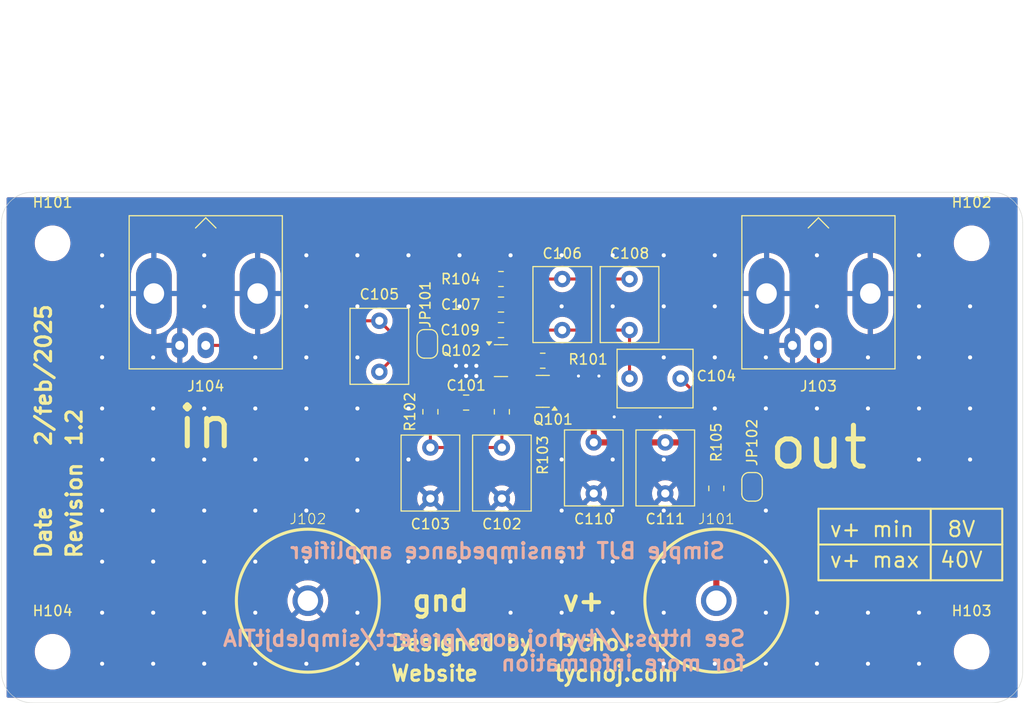
<source format=kicad_pcb>
(kicad_pcb (version 20241229) (generator "pcbnew") (generator_version "9.0")
  (title_block (title "Simple BJT transimpedance amplifier") (date "21 dec 2024") (rev "1") (company "TychoJ") (comment 1 "https://tychoj.com/project/simplebjtTIA"))
  (layers (0 "F.Cu" signal) (2 "B.Cu" power) (13 "F.Paste" user) (15 "B.Paste" user) (5 "F.SilkS" user "F.Silkscreen") (7 "B.SilkS" user "B.Silkscreen") (1 "F.Mask" user) (3 "B.Mask" user) (25 "Edge.Cuts" user))
  (net 0 "")
  (net 1 "Net-(JP101-B)")
  (net 2 "Net-(Q101-G)")
  (net 3 "Net-(C102-Pad2)")
  (net 4 "GND")
  (net 5 "Net-(J103-In)")
  (net 6 "Net-(J104-In)")
  (net 7 "Net-(J101-Pin_1)")
  (net 8 "Net-(Q101-S)")
  (net 9 "Net-(C106-Pad2)")
  (net 10 "Net-(JP102-B)")
  (footprint "MountingHole:MountingHole_3mm" (layer "F.Cu") (at 55 95)
    (property "Reference" "H104" (at 0 -4 0) (layer "F.SilkS"))
    (property "Value" "MountingHole")
    (pad "" np_thru_hole circle (at 0 0) (size 3 3) (drill 3) (layers "*.Cu" "*.Mask"))
  )
  (footprint "Resistor_SMD:R_0805_2012Metric" (layer "F.Cu") (at 103 66.5 180)
    (property "Reference" "R101" (at -4.4475 0.135 0) (layer "F.SilkS"))
    (property "Value" "1k")
    (fp_line (start -0.227064 0.735) (end 0.227064 0.735) (stroke (width 0.12)) (layer "F.SilkS"))
    (fp_line (start -0.227064 -0.735) (end 0.227064 -0.735) (stroke (width 0.12)) (layer "F.SilkS"))
    (pad "1" smd roundrect (at -0.9125 0 180) (size 1.025 1.4) (layers "F.Cu" "F.Mask" "F.Paste") (roundrect_rratio 0.243902) (net 8 "Net-(Q101-S)"))
    (pad "2" smd roundrect (at 0.9125 0 180) (size 1.025 1.4) (layers "F.Cu" "F.Mask" "F.Paste") (roundrect_rratio 0.243902) (net 2 "Net-(Q101-G)"))
  )
  (footprint "Jumper:SolderJumper-2_P1.3mm_Open_RoundedPad1.0x1.5mm" (layer "F.Cu") (at 123.5 78.85 90)
    (property "Reference" "JP102" (at 4.35 0 90) (layer "F.SilkS"))
    (property "Value" "SolderJumper_2_Open")
    (fp_line (start -0.7 -1) (end 0.7 -1) (stroke (width 0.12)) (layer "F.SilkS"))
    (fp_line (start 1.4 -0.3) (end 1.4 0.3) (stroke (width 0.12)) (layer "F.SilkS"))
    (fp_line (start -1.4 0.3) (end -1.4 -0.3) (stroke (width 0.12)) (layer "F.SilkS"))
    (fp_line (start 0.7 1) (end -0.7 1) (stroke (width 0.12)) (layer "F.SilkS"))
    (fp_arc (start 0.7 -1) (mid 1.194975 -0.794975) (end 1.4 -0.3) (stroke (width 0.12)) (layer "F.SilkS"))
    (fp_arc (start -1.4 -0.3) (mid -1.194975 -0.794975) (end -0.7 -1) (stroke (width 0.12)) (layer "F.SilkS"))
    (fp_arc (start 1.4 0.3) (mid 1.194975 0.794975) (end 0.7 1) (stroke (width 0.12)) (layer "F.SilkS"))
    (fp_arc (start -0.7 1) (mid -1.194975 0.794975) (end -1.4 0.3) (stroke (width 0.12)) (layer "F.SilkS"))
    (pad "1" smd custom (at -0.65 0 90) (size 1 0.5) (layers "F.Cu" "F.Mask") (net 7 "Net-(J101-Pin_1)") (options (clearance outline) (anchor rect)) (primitives (gr_circle (center 0 0.25) (end 0.5 0.25) (width 0) (fill yes)) (gr_circle (center 0 -0.25) (end 0.5 -0.25) (width 0) (fill yes)) (gr_poly (pts (xy 0.5 0.75) (xy 0 0.75) (xy 0 -0.75) (xy 0.5 -0.75)) (width 0) (fill yes))))
    (pad "2" smd custom (at 0.65 0 90) (size 1 0.5) (layers "F.Cu" "F.Mask") (net 10 "Net-(JP102-B)") (options (clearance outline) (anchor rect)) (primitives (gr_circle (center 0 0.25) (end 0.5 0.25) (width 0) (fill yes)) (gr_circle (center 0 -0.25) (end 0.5 -0.25) (width 0) (fill yes)) (gr_poly (pts (xy 0 0.75) (xy -0.5 0.75) (xy -0.5 -0.75) (xy 0 -0.75)) (width 0) (fill yes))))
  )
  (footprint "Connector_Coaxial:BNC_Amphenol_B6252HB-NPP3G-50_Horizontal" (layer "F.Cu") (at 70 65)
    (property "Reference" "J104" (at 0 4 0) (layer "F.SilkS"))
    (property "Value" "Conn_Coaxial")
    (fp_line (start -7.5 -12.7) (end 7.5 -12.7) (stroke (width 0.12)) (layer "F.SilkS"))
    (fp_line (start -7.5 2.3) (end -7.5 -12.7) (stroke (width 0.12)) (layer "F.SilkS"))
    (fp_line (start 0 -12.5) (end -1 -11.5) (stroke (width 0.12)) (layer "F.SilkS"))
    (fp_line (start 0 -12.5) (end 1 -11.5) (stroke (width 0.12)) (layer "F.SilkS"))
    (fp_line (start 7.5 -12.7) (end 7.5 2.3) (stroke (width 0.12)) (layer "F.SilkS"))
    (fp_line (start 7.5 2.3) (end -7.5 2.3) (stroke (width 0.12)) (layer "F.SilkS"))
    (pad "1" thru_hole oval (at 0 0) (size 1.6 2.5) (drill 0.89) (layers "*.Cu" "*.Mask") (net 6 "Net-(J104-In)"))
    (pad "2" thru_hole oval (at -5.08 -5.08) (size 3.5 7) (drill 2.01) (layers "*.Cu" "*.Mask") (net 4 "GND"))
    (pad "2" thru_hole oval (at -2.54 0) (size 1.6 2.5) (drill 0.89) (layers "*.Cu" "*.Mask") (net 4 "GND"))
    (pad "2" thru_hole oval (at 5.08 -5.08) (size 3.5 7) (drill 2.01) (layers "*.Cu" "*.Mask") (net 4 "GND"))
  )
  (footprint "Capacitor_THT:C_Rect_L7.2mm_W5.5mm_P5.00mm_FKS2_FKP2_MKS2_MKP2" (layer "F.Cu") (at 108 79.5 90)
    (property "Reference" "C110" (at -2.5 0 0) (layer "F.SilkS"))
    (property "Value" "4u7")
    (fp_line (start 6.22 -2.87) (end 6.22 2.87) (stroke (width 0.12)) (layer "F.SilkS"))
    (fp_line (start -1.22 -2.87) (end 6.22 -2.87) (stroke (width 0.12)) (layer "F.SilkS"))
    (fp_line (start -1.22 -2.87) (end -1.22 2.87) (stroke (width 0.12)) (layer "F.SilkS"))
    (fp_line (start -1.22 2.87) (end 6.22 2.87) (stroke (width 0.12)) (layer "F.SilkS"))
    (pad "1" thru_hole circle (at 0 0 90) (size 1.6 1.6) (drill 0.8) (layers "*.Cu" "*.Mask") (net 4 "GND"))
    (pad "2" thru_hole circle (at 5 0 90) (size 1.6 1.6) (drill 0.8) (layers "*.Cu" "*.Mask") (net 10 "Net-(JP102-B)"))
  )
  (footprint "Capacitor_THT:C_Rect_L7.2mm_W5.5mm_P5.00mm_FKS2_FKP2_MKS2_MKP2" (layer "F.Cu") (at 87 67.59 90)
    (property "Reference" "C105" (at 7.59 0 180) (layer "F.SilkS"))
    (property "Value" "4u7")
    (fp_line (start 6.22 -2.87) (end 6.22 2.87) (stroke (width 0.12)) (layer "F.SilkS"))
    (fp_line (start -1.22 -2.87) (end 6.22 -2.87) (stroke (width 0.12)) (layer "F.SilkS"))
    (fp_line (start -1.22 -2.87) (end -1.22 2.87) (stroke (width 0.12)) (layer "F.SilkS"))
    (fp_line (start -1.22 2.87) (end 6.22 2.87) (stroke (width 0.12)) (layer "F.SilkS"))
    (pad "1" thru_hole circle (at 0 0 90) (size 1.6 1.6) (drill 0.8) (layers "*.Cu" "*.Mask") (net 1 "Net-(JP101-B)"))
    (pad "2" thru_hole circle (at 5 0 90) (size 1.6 1.6) (drill 0.8) (layers "*.Cu" "*.Mask") (net 6 "Net-(J104-In)"))
  )
  (footprint "Resistor_SMD:R_0805_2012Metric" (layer "F.Cu") (at 92 71.5 -90)
    (property "Reference" "R102" (at 0 2 90) (layer "F.SilkS"))
    (property "Value" "470k")
    (fp_line (start -0.227064 0.735) (end 0.227064 0.735) (stroke (width 0.12)) (layer "F.SilkS"))
    (fp_line (start -0.227064 -0.735) (end 0.227064 -0.735) (stroke (width 0.12)) (layer "F.SilkS"))
    (pad "1" smd roundrect (at -0.9125 0 270) (size 1.025 1.4) (layers "F.Cu" "F.Mask" "F.Paste") (roundrect_rratio 0.243902) (net 1 "Net-(JP101-B)"))
    (pad "2" smd roundrect (at 0.9125 0 270) (size 1.025 1.4) (layers "F.Cu" "F.Mask" "F.Paste") (roundrect_rratio 0.243902) (net 3 "Net-(C102-Pad2)"))
  )
  (footprint "Capacitor_THT:C_Rect_L7.2mm_W5.5mm_P5.00mm_FKS2_FKP2_MKS2_MKP2" (layer "F.Cu") (at 92 80 90)
    (property "Reference" "C103" (at -2.5 0 0) (layer "F.SilkS"))
    (property "Value" "4u7")
    (fp_line (start 6.22 -2.87) (end 6.22 2.87) (stroke (width 0.12)) (layer "F.SilkS"))
    (fp_line (start -1.22 -2.87) (end 6.22 -2.87) (stroke (width 0.12)) (layer "F.SilkS"))
    (fp_line (start -1.22 -2.87) (end -1.22 2.87) (stroke (width 0.12)) (layer "F.SilkS"))
    (fp_line (start -1.22 2.87) (end 6.22 2.87) (stroke (width 0.12)) (layer "F.SilkS"))
    (pad "1" thru_hole circle (at 0 0 90) (size 1.6 1.6) (drill 0.8) (layers "*.Cu" "*.Mask") (net 4 "GND"))
    (pad "2" thru_hole circle (at 5 0 90) (size 1.6 1.6) (drill 0.8) (layers "*.Cu" "*.Mask") (net 3 "Net-(C102-Pad2)"))
  )
  (footprint "Capacitor_SMD:C_0805_2012Metric" (layer "F.Cu") (at 98.9125 61)
    (property "Reference" "C107" (at -3.95 0 0) (layer "F.SilkS"))
    (property "Value" "TBD")
    (fp_line (start -0.261252 -0.735) (end 0.261252 -0.735) (stroke (width 0.12)) (layer "F.SilkS"))
    (fp_line (start -0.261252 0.735) (end 0.261252 0.735) (stroke (width 0.12)) (layer "F.SilkS"))
    (pad "1" smd roundrect (at -0.95 0) (size 1 1.45) (layers "F.Cu" "F.Mask" "F.Paste") (net 1 "Net-(JP101-B)"))
    (pad "2" smd roundrect (at 0.95 0) (size 1 1.45) (layers "F.Cu" "F.Mask" "F.Paste") (net 9 "Net-(C106-Pad2)"))
  )
  (footprint "Resistor_SMD:R_0805_2012Metric" (layer "F.Cu") (at 98.9125 58.5)
    (property "Reference" "R104" (at -3.95 0 0) (layer "F.SilkS"))
    (property "Value" "100k")
    (fp_line (start -0.227064 -0.735) (end 0.227064 -0.735) (stroke (width 0.12)) (layer "F.SilkS"))
    (fp_line (start -0.227064 0.735) (end 0.227064 0.735) (stroke (width 0.12)) (layer "F.SilkS"))
    (pad "1" smd roundrect (at -0.9125 0) (size 1.025 1.4) (layers "F.Cu" "F.Mask" "F.Paste") (roundrect_rratio 0.243902) (net 1 "Net-(JP101-B)"))
    (pad "2" smd roundrect (at 0.9125 0) (size 1.025 1.4) (layers "F.Cu" "F.Mask" "F.Paste") (roundrect_rratio 0.243902) (net 9 "Net-(C106-Pad2)"))
  )
  (footprint "Resistor_SMD:R_0805_2012Metric" (layer "F.Cu") (at 99 71.5 90)
    (property "Reference" "R103" (at -4.25 4 90) (layer "F.SilkS"))
    (property "Value" "1meg")
    (fp_line (start -0.227064 -0.735) (end 0.227064 -0.735) (stroke (width 0.12)) (layer "F.SilkS"))
    (fp_line (start -0.227064 0.735) (end 0.227064 0.735) (stroke (width 0.12)) (layer "F.SilkS"))
    (pad "1" smd roundrect (at -0.9125 0 90) (size 1.025 1.4) (layers "F.Cu" "F.Mask" "F.Paste") (roundrect_rratio 0.243902) (net 3 "Net-(C102-Pad2)"))
    (pad "2" smd roundrect (at 0.9125 0 90) (size 1.025 1.4) (layers "F.Cu" "F.Mask" "F.Paste") (roundrect_rratio 0.243902) (net 2 "Net-(Q101-G)"))
  )
  (footprint "Capacitor_THT:C_Rect_L7.2mm_W5.5mm_P5.00mm_FKS2_FKP2_MKS2_MKP2" (layer "F.Cu") (at 115 79.5 90)
    (property "Reference" "C111" (at -2.5 0 180) (layer "F.SilkS"))
    (property "Value" "4u7")
    (fp_line (start 6.22 -2.87) (end 6.22 2.87) (stroke (width 0.12)) (layer "F.SilkS"))
    (fp_line (start -1.22 -2.87) (end 6.22 -2.87) (stroke (width 0.12)) (layer "F.SilkS"))
    (fp_line (start -1.22 -2.87) (end -1.22 2.87) (stroke (width 0.12)) (layer "F.SilkS"))
    (fp_line (start -1.22 2.87) (end 6.22 2.87) (stroke (width 0.12)) (layer "F.SilkS"))
    (pad "1" thru_hole circle (at 0 0 90) (size 1.6 1.6) (drill 0.8) (layers "*.Cu" "*.Mask") (net 4 "GND"))
    (pad "2" thru_hole circle (at 5 0 90) (size 1.6 1.6) (drill 0.8) (layers "*.Cu" "*.Mask") (net 10 "Net-(JP102-B)"))
  )
  (footprint "Capacitor_THT:C_Rect_L7.2mm_W5.5mm_P5.00mm_FKS2_FKP2_MKS2_MKP2" (layer "F.Cu") (at 111.5 63.5 90)
    (property "Reference" "C108" (at 7.5 0 180) (layer "F.SilkS"))
    (property "Value" "4u7")
    (fp_line (start 6.22 -2.87) (end 6.22 2.87) (stroke (width 0.12)) (layer "F.SilkS"))
    (fp_line (start -1.22 -2.87) (end 6.22 -2.87) (stroke (width 0.12)) (layer "F.SilkS"))
    (fp_line (start -1.22 -2.87) (end -1.22 2.87) (stroke (width 0.12)) (layer "F.SilkS"))
    (fp_line (start -1.22 2.87) (end 6.22 2.87) (stroke (width 0.12)) (layer "F.SilkS"))
    (pad "1" thru_hole circle (at 0 0 90) (size 1.6 1.6) (drill 0.8) (layers "*.Cu" "*.Mask") (net 2 "Net-(Q101-G)"))
    (pad "2" thru_hole circle (at 5 0 90) (size 1.6 1.6) (drill 0.8) (layers "*.Cu" "*.Mask") (net 9 "Net-(C106-Pad2)"))
  )
  (footprint "footprints:CT3149-0" (layer "F.Cu") (at 80 90)
    (property "Reference" "J102" (at 0 -8 0) (layer "F.SilkS") (effects (font (thickness 0.1))))
    (property "Value" "gnd")
    (fp_circle (center 0 0) (end 7 0) (stroke (width 0.3)) (fill no) (layer "F.SilkS"))
    (pad "1" thru_hole circle (at 0 0) (size 3 3) (drill 2) (layers "*.Cu" "*.Mask") (net 4 "GND"))
  )
  (footprint "Capacitor_THT:C_Rect_L7.2mm_W5.5mm_P5.00mm_FKS2_FKP2_MKS2_MKP2" (layer "F.Cu") (at 104.9125 63.5 90)
    (property "Reference" "C106" (at 7.5 0 180) (layer "F.SilkS"))
    (property "Value" "4u7")
    (fp_line (start 6.22 -2.87) (end 6.22 2.87) (stroke (width 0.12)) (layer "F.SilkS"))
    (fp_line (start -1.22 -2.87) (end 6.22 -2.87) (stroke (width 0.12)) (layer "F.SilkS"))
    (fp_line (start -1.22 -2.87) (end -1.22 2.87) (stroke (width 0.12)) (layer "F.SilkS"))
    (fp_line (start -1.22 2.87) (end 6.22 2.87) (stroke (width 0.12)) (layer "F.SilkS"))
    (pad "1" thru_hole circle (at 0 0 90) (size 1.6 1.6) (drill 0.8) (layers "*.Cu" "*.Mask") (net 2 "Net-(Q101-G)"))
    (pad "2" thru_hole circle (at 5 0 90) (size 1.6 1.6) (drill 0.8) (layers "*.Cu" "*.Mask") (net 9 "Net-(C106-Pad2)"))
  )
  (footprint "MountingHole:MountingHole_3mm" (layer "F.Cu") (at 145 55)
    (property "Reference" "H102" (at 0 -4 0) (layer "F.SilkS"))
    (property "Value" "MountingHole")
    (pad "" np_thru_hole circle (at 0 0) (size 3 3) (drill 3) (layers "*.Cu" "*.Mask"))
  )
  (footprint "Connector_Coaxial:BNC_Amphenol_B6252HB-NPP3G-50_Horizontal" (layer "F.Cu") (at 130 65)
    (property "Reference" "J103" (at 0 4 0) (layer "F.SilkS"))
    (property "Value" "Conn_Coaxial")
    (fp_line (start -7.5 -12.7) (end 7.5 -12.7) (stroke (width 0.12)) (layer "F.SilkS"))
    (fp_line (start -7.5 2.3) (end -7.5 -12.7) (stroke (width 0.12)) (layer "F.SilkS"))
    (fp_line (start 0 -12.5) (end -1 -11.5) (stroke (width 0.12)) (layer "F.SilkS"))
    (fp_line (start 0 -12.5) (end 1 -11.5) (stroke (width 0.12)) (layer "F.SilkS"))
    (fp_line (start 7.5 -12.7) (end 7.5 2.3) (stroke (width 0.12)) (layer "F.SilkS"))
    (fp_line (start 7.5 2.3) (end -7.5 2.3) (stroke (width 0.12)) (layer "F.SilkS"))
    (pad "1" thru_hole oval (at 0 0) (size 1.6 2.5) (drill 0.89) (layers "*.Cu" "*.Mask") (net 5 "Net-(J103-In)"))
    (pad "2" thru_hole oval (at -5.08 -5.08) (size 3.5 7) (drill 2.01) (layers "*.Cu" "*.Mask") (net 4 "GND"))
    (pad "2" thru_hole oval (at -2.54 0) (size 1.6 2.5) (drill 0.89) (layers "*.Cu" "*.Mask") (net 4 "GND"))
    (pad "2" thru_hole oval (at 5.08 -5.08) (size 3.5 7) (drill 2.01) (layers "*.Cu" "*.Mask") (net 4 "GND"))
  )
  (footprint "footprints:CT3149-2" (layer "F.Cu") (at 120 90)
    (property "Reference" "J101" (at 0 -8 0) (layer "F.SilkS") (effects (font (thickness 0.1))))
    (property "Value" "+10V")
    (fp_circle (center 0 0) (end 7 0) (stroke (width 0.3)) (fill no) (layer "F.SilkS"))
    (pad "1" thru_hole circle (at 0 0) (size 3 3) (drill 2) (layers "*.Cu" "*.Mask") (net 7 "Net-(J101-Pin_1)"))
  )
  (footprint "Resistor_SMD:R_0805_2012Metric" (layer "F.Cu") (at 120 79 90)
    (property "Reference" "R105" (at 4.5 0 90) (layer "F.SilkS"))
    (property "Value" "100")
    (fp_line (start -0.227064 -0.735) (end 0.227064 -0.735) (stroke (width 0.12)) (layer "F.SilkS"))
    (fp_line (start -0.227064 0.735) (end 0.227064 0.735) (stroke (width 0.12)) (layer "F.SilkS"))
    (pad "1" smd roundrect (at -0.9125 0 90) (size 1.025 1.4) (layers "F.Cu" "F.Mask" "F.Paste") (roundrect_rratio 0.243902) (net 7 "Net-(J101-Pin_1)"))
    (pad "2" smd roundrect (at 0.9125 0 90) (size 1.025 1.4) (layers "F.Cu" "F.Mask" "F.Paste") (roundrect_rratio 0.243902) (net 10 "Net-(JP102-B)"))
  )
  (footprint "Capacitor_THT:C_Rect_L7.2mm_W5.5mm_P5.00mm_FKS2_FKP2_MKS2_MKP2" (layer "F.Cu") (at 116.5 68.25 180)
    (property "Reference" "C104" (at -3.5 0.25 0) (layer "F.SilkS"))
    (property "Value" "4u7")
    (fp_line (start 6.22 -2.87) (end 6.22 2.87) (stroke (width 0.12)) (layer "F.SilkS"))
    (fp_line (start -1.22 2.87) (end 6.22 2.87) (stroke (width 0.12)) (layer "F.SilkS"))
    (fp_line (start -1.22 -2.87) (end 6.22 -2.87) (stroke (width 0.12)) (layer "F.SilkS"))
    (fp_line (start -1.22 -2.87) (end -1.22 2.87) (stroke (width 0.12)) (layer "F.SilkS"))
    (pad "1" thru_hole circle (at 0 0 180) (size 1.6 1.6) (drill 0.8) (layers "*.Cu" "*.Mask") (net 5 "Net-(J103-In)"))
    (pad "2" thru_hole circle (at 5 0 180) (size 1.6 1.6) (drill 0.8) (layers "*.Cu" "*.Mask") (net 2 "Net-(Q101-G)"))
  )
  (footprint "MountingHole:MountingHole_3mm" (layer "F.Cu") (at 55 55)
    (property "Reference" "H101" (at 0 -4 0) (layer "F.SilkS"))
    (property "Value" "MountingHole")
    (pad "" np_thru_hole circle (at 0 0) (size 3 3) (drill 3) (layers "*.Cu" "*.Mask"))
  )
  (footprint "MountingHole:MountingHole_3mm" (layer "F.Cu") (at 145 95)
    (property "Reference" "H103" (at 0 -4 0) (layer "F.SilkS"))
    (property "Value" "MountingHole")
    (pad "" np_thru_hole circle (at 0 0) (size 3 3) (drill 3) (layers "*.Cu" "*.Mask"))
  )
  (footprint "Capacitor_SMD:C_0805_2012Metric" (layer "F.Cu") (at 95.5 70.6)
    (property "Reference" "C101" (at 0 -1.68 0) (layer "F.SilkS"))
    (property "Value" "TBD")
    (fp_line (start -0.261252 -0.735) (end 0.261252 -0.735) (stroke (width 0.12)) (layer "F.SilkS"))
    (fp_line (start -0.261252 0.735) (end 0.261252 0.735) (stroke (width 0.12)) (layer "F.SilkS"))
    (pad "1" smd roundrect (at -0.95 0) (size 1 1.45) (layers "F.Cu" "F.Mask" "F.Paste") (net 1 "Net-(JP101-B)"))
    (pad "2" smd roundrect (at 0.95 0) (size 1 1.45) (layers "F.Cu" "F.Mask" "F.Paste") (net 2 "Net-(Q101-G)"))
  )
  (footprint "Capacitor_SMD:C_0805_2012Metric" (layer "F.Cu") (at 98.9125 63.5)
    (property "Reference" "C109" (at -4 0 0) (layer "F.SilkS"))
    (property "Value" "TBD")
    (fp_line (start -0.261252 -0.735) (end 0.261252 -0.735) (stroke (width 0.12)) (layer "F.SilkS"))
    (fp_line (start -0.261252 0.735) (end 0.261252 0.735) (stroke (width 0.12)) (layer "F.SilkS"))
    (pad "1" smd roundrect (at -0.95 0) (size 1 1.45) (layers "F.Cu" "F.Mask" "F.Paste") (net 1 "Net-(JP101-B)"))
    (pad "2" smd roundrect (at 0.95 0) (size 1 1.45) (layers "F.Cu" "F.Mask" "F.Paste") (net 2 "Net-(Q101-G)"))
  )
  (footprint "Jumper:SolderJumper-2_P1.3mm_Open_RoundedPad1.0x1.5mm" (layer "F.Cu") (at 91.7 64.85 -90)
    (property "Reference" "JP101" (at -3.85 0.2 90) (layer "F.SilkS"))
    (property "Value" "SolderJumper_2_Open" (hide yes))
    (fp_line (start 0.7 1) (end -0.7 1) (stroke (width 0.12)) (layer "F.SilkS"))
    (fp_line (start -1.4 0.3) (end -1.4 -0.3) (stroke (width 0.12)) (layer "F.SilkS"))
    (fp_line (start 1.4 -0.3) (end 1.4 0.3) (stroke (width 0.12)) (layer "F.SilkS"))
    (fp_line (start -0.7 -1) (end 0.7 -1) (stroke (width 0.12)) (layer "F.SilkS"))
    (fp_arc (start -0.7 1) (mid -1.194975 0.794975) (end -1.4 0.3) (stroke (width 0.12)) (layer "F.SilkS"))
    (fp_arc (start 1.4 0.3) (mid 1.194975 0.794975) (end 0.7 1) (stroke (width 0.12)) (layer "F.SilkS"))
    (fp_arc (start -1.4 -0.3) (mid -1.194975 -0.794975) (end -0.7 -1) (stroke (width 0.12)) (layer "F.SilkS"))
    (fp_arc (start 0.7 -1) (mid 1.194975 -0.794975) (end 1.4 -0.3) (stroke (width 0.12)) (layer "F.SilkS"))
    (pad "1" smd custom (at -0.65 0 270) (size 1 0.5) (layers "F.Cu" "F.Mask") (net 6 "Net-(J104-In)") (options (clearance outline) (anchor rect)) (primitives (gr_circle (center 0 0.25) (end 0.5 0.25) (width 0) (fill yes)) (gr_circle (center 0 -0.25) (end 0.5 -0.25) (width 0) (fill yes)) (gr_poly (pts (xy 0.5 0.75) (xy 0 0.75) (xy 0 -0.75) (xy 0.5 -0.75)) (width 0) (fill yes))))
    (pad "2" smd custom (at 0.65 0 270) (size 1 0.5) (layers "F.Cu" "F.Mask") (net 1 "Net-(JP101-B)") (options (clearance outline) (anchor rect)) (primitives (gr_circle (center 0 0.25) (end 0.5 0.25) (width 0) (fill yes)) (gr_circle (center 0 -0.25) (end 0.5 -0.25) (width 0) (fill yes)) (gr_poly (pts (xy 0 0.75) (xy -0.5 0.75) (xy -0.5 -0.75) (xy 0 -0.75)) (width 0) (fill yes))))
  )
  (footprint "Package_TO_SOT_SMD:SOT-23" (layer "F.Cu") (at 98.9125 66.49)
    (property "Reference" "Q102" (at -3.9125 -0.99 0) (layer "F.SilkS"))
    (property "Value" "BC847")
    (fp_line (start 0 -1.56) (end -0.65 -1.56) (stroke (width 0.12)) (layer "F.SilkS"))
    (fp_line (start 0 -1.56) (end 0.65 -1.56) (stroke (width 0.12)) (layer "F.SilkS"))
    (fp_line (start 0 1.56) (end -0.65 1.56) (stroke (width 0.12)) (layer "F.SilkS"))
    (fp_line (start 0 1.56) (end 0.65 1.56) (stroke (width 0.12)) (layer "F.SilkS"))
    (fp_poly (pts (xy -1.1625 -1.51) (xy -1.4025 -1.84) (xy -0.9225 -1.84) (xy -1.1625 -1.51)) (stroke (width 0.12)) (fill yes) (layer "F.SilkS"))
    (pad "1" smd roundrect (at -0.9375 -0.95) (size 1.475 0.6) (layers "F.Cu" "F.Mask" "F.Paste") (net 1 "Net-(JP101-B)"))
    (pad "2" smd roundrect (at -0.9375 0.95) (size 1.475 0.6) (layers "F.Cu" "F.Mask" "F.Paste") (net 4 "GND"))
    (pad "3" smd roundrect (at 0.9375 0) (size 1.475 0.6) (layers "F.Cu" "F.Mask" "F.Paste") (net 2 "Net-(Q101-G)"))
  )
  (footprint "Package_TO_SOT_SMD:SOT-23" (layer "F.Cu") (at 103 69.5 180)
    (property "Reference" "Q101" (at -1 -2.75 0) (layer "F.SilkS"))
    (property "Value" "MMBFJ112")
    (fp_line (start 0 1.56) (end 0.65 1.56) (stroke (width 0.12)) (layer "F.SilkS"))
    (fp_line (start 0 1.56) (end -0.65 1.56) (stroke (width 0.12)) (layer "F.SilkS"))
    (fp_line (start 0 -1.56) (end 0.65 -1.56) (stroke (width 0.12)) (layer "F.SilkS"))
    (fp_line (start 0 -1.56) (end -0.65 -1.56) (stroke (width 0.12)) (layer "F.SilkS"))
    (fp_poly (pts (xy -1.1625 -1.51) (xy -1.4025 -1.84) (xy -0.9225 -1.84) (xy -1.1625 -1.51)) (stroke (width 0.12)) (fill yes) (layer "F.SilkS"))
    (pad "1" smd roundrect (at -0.9375 -0.95 180) (size 1.475 0.6) (layers "F.Cu" "F.Mask" "F.Paste") (net 10 "Net-(JP102-B)"))
    (pad "2" smd roundrect (at -0.9375 0.95 180) (size 1.475 0.6) (layers "F.Cu" "F.Mask" "F.Paste") (net 8 "Net-(Q101-S)"))
    (pad "3" smd roundrect (at 0.9375 0 180) (size 1.475 0.6) (layers "F.Cu" "F.Mask" "F.Paste") (net 2 "Net-(Q101-G)"))
  )
  (footprint "Capacitor_THT:C_Rect_L7.2mm_W5.5mm_P5.00mm_FKS2_FKP2_MKS2_MKP2" (layer "F.Cu") (at 99 80 90)
    (property "Reference" "C102" (at -2.5 0 0) (layer "F.SilkS"))
    (property "Value" "4u7")
    (fp_line (start 6.22 -2.87) (end 6.22 2.87) (stroke (width 0.12)) (layer "F.SilkS"))
    (fp_line (start -1.22 -2.87) (end 6.22 -2.87) (stroke (width 0.12)) (layer "F.SilkS"))
    (fp_line (start -1.22 -2.87) (end -1.22 2.87) (stroke (width 0.12)) (layer "F.SilkS"))
    (fp_line (start -1.22 2.87) (end 6.22 2.87) (stroke (width 0.12)) (layer "F.SilkS"))
    (pad "1" thru_hole circle (at 0 0 90) (size 1.6 1.6) (drill 0.8) (layers "*.Cu" "*.Mask") (net 4 "GND"))
    (pad "2" thru_hole circle (at 5 0 90) (size 1.6 1.6) (drill 0.8) (layers "*.Cu" "*.Mask") (net 3 "Net-(C102-Pad2)"))
  )
  (gr_line (start 130 84.5) (end 148 84.5) (stroke (width 0.2)) (layer "F.SilkS"))
  (gr_line (start 130 81) (end 130 88) (stroke (width 0.2)) (layer "F.SilkS"))
  (gr_line (start 148 88) (end 148 81) (stroke (width 0.2)) (layer "F.SilkS"))
  (gr_line (start 130 88) (end 148 88) (stroke (width 0.2)) (layer "F.SilkS"))
  (gr_line (start 141 88) (end 141 81) (stroke (width 0.2)) (layer "F.SilkS"))
  (gr_line (start 148 81) (end 130 81) (stroke (width 0.2)) (layer "F.SilkS"))
  (gr_line (start 53 50) (end 147 50) (stroke (width 0.05)) (layer "Edge.Cuts"))
  (gr_line (start 147 100) (end 53 100) (stroke (width 0.05)) (layer "Edge.Cuts"))
  (gr_line (start 150 53) (end 150 97) (stroke (width 0.05)) (layer "Edge.Cuts"))
  (gr_line (start 50 97) (end 50 53) (stroke (width 0.05)) (layer "Edge.Cuts"))
  (gr_arc (start 147 50) (mid 149.12132 50.87868) (end 150 53) (stroke (width 0.05)) (layer "Edge.Cuts"))
  (gr_arc (start 50 53) (mid 50.87868 50.87868) (end 53 50) (stroke (width 0.05)) (layer "Edge.Cuts"))
  (gr_arc (start 150 97) (mid 149.12132 99.12132) (end 147 100) (stroke (width 0.05)) (layer "Edge.Cuts"))
  (gr_arc (start 53 100) (mid 50.87868 99.12132) (end 50 97) (stroke (width 0.05)) (layer "Edge.Cuts"))
  (gr_text "out" (at 130 75 0) (layer "F.SilkS") (effects (font (size 4 4) (thickness 0.5))))
  (gr_text "v+ min" (at 131 83 0) (layer "F.SilkS") (effects (font (size 1.5 1.5) (thickness 0.2)) (justify left)))
  (gr_text "40V" (at 144 86 0) (layer "F.SilkS") (effects (font (size 1.5 1.5) (thickness 0.2))))
  (gr_text "8V" (at 144 83 0) (layer "F.SilkS") (effects (font (size 1.5 1.5) (thickness 0.2))))
  (gr_text "Revision" (at 58 86 90) (layer "F.SilkS") (effects (font (size 1.5 1.5) (thickness 0.3)) (justify left bottom)))
  (gr_text "1.2" (at 58 75 90) (layer "F.SilkS") (effects (font (size 1.5 1.5) (thickness 0.3)) (justify left bottom)))
  (gr_text "Website" (at 88 98 0) (layer "F.SilkS") (effects (font (size 1.5 1.5) (thickness 0.3)) (justify left bottom)))
  (gr_text "Designed by" (at 88 95 0) (layer "F.SilkS") (effects (font (size 1.5 1.5) (thickness 0.3)) (justify left bottom)))
  (gr_text "TychoJ" (at 104 95 0) (layer "F.SilkS") (effects (font (size 1.5 1.5) (thickness 0.3)) (justify left bottom)))
  (gr_text "2/feb/2025" (at 55 75 90) (layer "F.SilkS") (effects (font (size 1.5 1.5) (thickness 0.3)) (justify left bottom)))
  (gr_text "v+" (at 107 90 0) (layer "F.SilkS") (effects (font (size 2 2) (thickness 0.4))))
  (gr_text "gnd" (at 93 90 0) (layer "F.SilkS") (effects (font (size 2 2) (thickness 0.4))))
  (gr_text "v+ max" (at 131 86 0) (layer "F.SilkS") (effects (font (size 1.5 1.5) (thickness 0.2)) (justify left)))
  (gr_text "in" (at 70 73 0) (layer "F.SilkS") (effects (font (size 4 4) (thickness 0.5))))
  (gr_text "tychoj.com" (at 104 98 0) (layer "F.SilkS") (effects (font (size 1.5 1.5) (thickness 0.3)) (justify left bottom)))
  (gr_text "Date" (at 55 86 90) (layer "F.SilkS") (effects (font (size 1.5 1.5) (thickness 0.3)) (justify left bottom)))
  (gr_text "See https://tychoj.com/project/simplebjtTIA \nfor more information" (at 123 97 0) (layer "B.SilkS") (effects (font (size 1.5 1.5) (thickness 0.3)) (justify left bottom mirror)))
  (gr_text "Simple BJT transimpedance amplifier" (at 121 86 0) (layer "B.SilkS") (effects (font (size 1.5 1.5) (thickness 0.3)) (justify left bottom mirror)))
  (segment (start 91.7 66.2) (end 91.7 65.5) (width 0.3) (layer "F.Cu") (net 1))
  (segment (start 91.74 65.54) (end 91.7 65.5) (width 0.3) (layer "F.Cu") (net 1))
  (segment (start 97.975 65.54) (end 91.74 65.54) (width 0.3) (layer "F.Cu") (net 1))
  (segment (start 97.9625 61) (end 97.9625 63.5) (width 0.3) (layer "F.Cu") (net 1))
  (segment (start 89.09 65.5) (end 87 67.59) (width 0.3) (layer "F.Cu") (net 1))
  (segment (start 97.9625 63.5) (end 97.9625 65.5275) (width 0.3) (layer "F.Cu") (net 1))
  (segment (start 97.9625 65.5275) (end 97.975 65.54) (width 0.3) (layer "F.Cu") (net 1))
  (segment (start 98 60.9625) (end 97.9625 61) (width 0.3) (layer "F.Cu") (net 1))
  (segment (start 92.0125 70.6) (end 92 70.5875) (width 0.3) (layer "F.Cu") (net 1))
  (segment (start 94.55 70.6) (end 92.0125 70.6) (width 0.3) (layer "F.Cu") (net 1))
  (segment (start 94.55 70.6) (end 94.55 69.05) (width 0.3) (layer "F.Cu") (net 1))
  (segment (start 98 58.5) (end 98 60.9625) (width 0.3) (layer "F.Cu") (net 1))
  (segment (start 91.7 65.5) (end 89.09 65.5) (width 0.3) (layer "F.Cu") (net 1))
  (segment (start 94.55 69.05) (end 91.7 66.2) (width 0.3) (layer "F.Cu") (net 1))
  (segment (start 104.9125 63.5) (end 99.8625 63.5) (width 0.3) (layer "F.Cu") (net 2))
  (segment (start 96.45 70.6) (end 98.9875 70.6) (width 0.3) (layer "F.Cu") (net 2))
  (segment (start 99.85 63.5125) (end 99.8625 63.5) (width 0.3) (layer "F.Cu") (net 2))
  (segment (start 98.9875 70.6) (end 99 70.5875) (width 0.3) (layer "F.Cu") (net 2))
  (segment (start 102.0625 66.525) (end 102.0875 66.5) (width 0.5) (layer "F.Cu") (net 2))
  (segment (start 99.5 69) (end 99.85 68.65) (width 0.3) (layer "F.Cu") (net 2))
  (segment (start 96.45 69.55) (end 97 69) (width 0.3) (layer "F.Cu") (net 2))
  (segment (start 96.45 70.6) (end 96.45 69.55) (width 0.3) (layer "F.Cu") (net 2))
  (segment (start 97 69) (end 99.5 69) (width 0.3) (layer "F.Cu") (net 2))
  (segment (start 111.5 63.5) (end 111.5 68.25) (width 0.3) (layer "F.Cu") (net 2))
  (segment (start 102.0625 69.5) (end 102.0625 66.525) (width 0.5) (layer "F.Cu") (net 2))
  (segment (start 99.85 66.49) (end 99.85 63.5125) (width 0.3) (layer "F.Cu") (net 2))
  (segment (start 99.85 68.65) (end 99.85 66.49) (width 0.3) (layer "F.Cu") (net 2))
  (segment (start 99.86 66.5) (end 99.85 66.49) (width 0.3) (layer "F.Cu") (net 2))
  (segment (start 104.9125 63.5) (end 111.5 63.5) (width 0.3) (layer "F.Cu") (net 2))
  (segment (start 102.0875 66.5) (end 99.86 66.5) (width 0.6) (layer "F.Cu") (net 2))
  (segment (start 92 72.4125) (end 92 75) (width 0.3) (layer "F.Cu") (net 3))
  (segment (start 92 75) (end 99 75) (width 0.3) (layer "F.Cu") (net 3))
  (segment (start 99 72.4125) (end 99 75) (width 0.3) (layer "F.Cu") (net 3))
  (via (at 139.85119 71.175) (size 0.7) (drill 0.4) (layers "F.Cu" "B.Cu") (net 4))
  (via (at 74.85119 76.175) (size 0.7) (drill 0.4) (layers "F.Cu" "B.Cu") (net 4))
  (via (at 79.85119 71.175) (size 0.7) (drill 0.4) (layers "F.Cu" "B.Cu") (net 4))
  (via (at 114.85119 86.175) (size 0.7) (drill 0.4) (layers "F.Cu" "B.Cu") (net 4))
  (via (at 144.85119 66.175) (size 0.7) (drill 0.4) (layers "F.Cu" "B.Cu") (net 4))
  (via (at 74.85119 91.175) (size 0.7) (drill 0.4) (layers "F.Cu" "B.Cu") (net 4))
  (via (at 74.85119 81.175) (size 0.7) (drill 0.4) (layers "F.Cu" "B.Cu") (net 4))
  (via (at 79.85119 56.175) (size 0.7) (drill 0.4) (layers "F.Cu" "B.Cu") (net 4))
  (via (at 89.85119 76.175) (size 0.7) (drill 0.4) (layers "F.Cu" "B.Cu") (net 4))
  (via (at 84.85119 91.175) (size 0.7) (drill 0.4) (layers "F.Cu" "B.Cu") (net 4))
  (via (at 99.85119 91.175) (size 0.7) (drill 0.4) (layers "F.Cu" "B.Cu") (net 4))
  (via (at 79.85119 86.175) (size 0.7) (drill 0.4) (layers "F.Cu" "B.Cu") (net 4))
  (via (at 64.85119 71.175) (size 0.7) (drill 0.4) (layers "F.Cu" "B.Cu") (net 4))
  (via (at 94.5 67) (size 0.7) (drill 0.4) (layers "F.Cu" "B.Cu") (net 4))
  (via (at 69.85119 86.175) (size 0.7) (drill 0.4) (layers "F.Cu" "B.Cu") (net 4))
  (via (at 89.85119 71.175) (size 0.7) (drill 0.4) (layers "F.Cu" "B.Cu") (net 4))
  (via (at 124.85119 71.175) (size 0.7) (drill 0.4) (layers "F.Cu" "B.Cu") (net 4))
  (via (at 79.85119 76.175) (size 0.7) (drill 0.4) (layers "F.Cu" "B.Cu") (net 4))
  (via (at 84.85119 86.175) (size 0.7) (drill 0.4) (layers "F.Cu" "B.Cu") (net 4))
  (via (at 144.85119 76.175) (size 0.7) (drill 0.4) (layers "F.Cu" "B.Cu") (net 4))
  (via (at 95.5 67) (size 0.7) (drill 0.4) (layers "F.Cu" "B.Cu") (net 4))
  (via (at 109.85119 61.175) (size 0.7) (drill 0.4) (layers "F.Cu" "B.Cu") (net 4))
  (via (at 64.85119 81.175) (size 0.7) (drill 0.4) (layers "F.Cu" "B.Cu") (net 4))
  (via (at 119.85119 96.175) (size 0.7) (drill 0.4) (layers "F.Cu" "B.Cu") (net 4))
  (via (at 109.85119 76.175) (size 0.7) (drill 0.4) (layers "F.Cu" "B.Cu") (net 4))
  (via (at 59.85119 96.175) (size 0.7) (drill 0.4) (layers "F.Cu" "B.Cu") (net 4))
  (via (at 119.85119 71.175) (size 0.7) (drill 0.4) (layers "F.Cu" "B.Cu") (net 4))
  (via (at 104.85119 91.175) (size 0.7) (drill 0.4) (layers "F.Cu" "B.Cu") (net 4))
  (via (at 114.5 72) (size 0.6) (drill 0.3) (layers "F.Cu" "B.Cu") (net 4))
  (via (at 124.85119 91.175) (size 0.7) (drill 0.4) (layers "F.Cu" "B.Cu") (net 4))
  (via (at 64.85119 91.175) (size 0.7) (drill 0.4) (layers "F.Cu" "B.Cu") (net 4))
  (via (at 59.85119 71.175) (size 0.7) (drill 0.4) (layers "F.Cu" "B.Cu") (net 4))
  (via (at 99.85119 56.175) (size 0.7) (drill 0.4) (layers "F.Cu" "B.Cu") (net 4))
  (via (at 59.85119 91.175) (size 0.7) (drill 0.4) (layers "F.Cu" "B.Cu") (net 4))
  (via (at 84.85119 81.175) (size 0.7) (drill 0.4) (layers "F.Cu" "B.Cu") (net 4))
  (via (at 59.85119 86.175) (size 0.7) (drill 0.4) (layers "F.Cu" "B.Cu") (net 4))
  (via (at 69.85119 81.175) (size 0.7) (drill 0.4) (layers "F.Cu" "B.Cu") (net 4))
  (via (at 84.85119 96.175) (size 0.7) (drill 0.4) (layers "F.Cu" "B.Cu") (net 4))
  (via (at 114.85119 96.175) (size 0.7) (drill 0.4) (layers "F.Cu" "B.Cu") (net 4))
  (via (at 124.85119 81.175) (size 0.7) (drill 0.4) (layers "F.Cu" "B.Cu") (net 4))
  (via (at 114.85119 81.175) (size 0.7) (drill 0.4) (layers "F.Cu" "B.Cu") (net 4))
  (via (at 79.85119 96.175) (size 0.7) (drill 0.4) (layers "F.Cu" "B.Cu") (net 4))
  (via (at 114.85119 56.175) (size 0.7) (drill 0.4) (layers "F.Cu" "B.Cu") (net 4))
  (via (at 79.85119 81.175) (size 0.7) (drill 0.4) (layers "F.Cu" "B.Cu") (net 4))
  (via (at 84.85119 71.175) (size 0.7) (drill 0.4) (layers "F.Cu" "B.Cu") (net 4))
  (via (at 59.85119 56.175) (size 0.7) (drill 0.4) (layers "F.Cu" "B.Cu") (net 4))
  (via (at 79.85119 66.175) (size 0.7) (drill 0.4) (layers "F.Cu" "B.Cu") (net 4))
  (via (at 134.85119 66.175) (size 0.7) (drill 0.4) (layers "F.Cu" "B.Cu") (net 4))
  (via (at 69.85119 76.175) (size 0.7) (drill 0.4) (layers "F.Cu" "B.Cu") (net 4))
  (via (at 104.85119 61.175) (size 0.7) (drill 0.4) (layers "F.Cu" "B.Cu") (net 4))
  (via (at 95.5 68) (size 0.7) (drill 0.4) (layers "F.Cu" "B.Cu") (net 4))
  (via (at 96.5 67) (size 0.7) (drill 0.4) (layers "F.Cu" "B.Cu") (net 4))
  (via (at 106.5 68) (size 0.6) (drill 0.3) (layers "F.Cu" "B.Cu") (net 4))
  (via (at 84.85119 61.175) (size 0.7) (drill 0.4) (layers "F.Cu" "B.Cu") (net 4))
  (via (at 69.85119 96.175) (size 0.7) (drill 0.4) (layers "F.Cu" "B.Cu") (net 4))
  (via (at 104.85119 56.175) (size 0.7) (drill 0.4) (layers "F.Cu" "B.Cu") (net 4))
  (via (at 109.85119 86.175) (size 0.7) (drill 0.4) (layers "F.Cu" "B.Cu") (net 4))
  (via (at 64.85119 96.175) (size 0.7) (drill 0.4) (layers "F.Cu" "B.Cu") (net 4))
  (via (at 139.85119 96.175) (size 0.7) (drill 0.4) (layers "F.Cu" "B.Cu") (net 4))
  (via (at 89.85119 56.175) (size 0.7) (drill 0.4) (layers "F.Cu" "B.Cu") (net 4))
  (via (at 74.85119 66.175) (size 0.7) (drill 0.4) (layers "F.Cu" "B.Cu") (net 4))
  (via (at 129.85119 91.175) (size 0.7) (drill 0.4) (layers "F.Cu" "B.Cu") (net 4))
  (via (at 104.85119 76.175) (size 0.7) (drill 0.4) (layers "F.Cu" "B.Cu") (net 4))
  (via (at 110 72) (size 0.6) (drill 0.3) (layers "F.Cu" "B.Cu") (net 4))
  (via (at 108.5 68) (size 0.6) (drill 0.3) (layers "F.Cu" "B.Cu") (net 4))
  (via (at 94.85119 56.175) (size 0.7) (drill 0.4) (layers "F.Cu" "B.Cu") (net 4))
  (via (at 59.85119 76.175) (size 0.7) (drill 0.4) (layers "F.Cu" "B.Cu") (net 4))
  (via (at 89.85119 61.175) (size 0.7) (drill 0.4) (layers "F.Cu" "B.Cu") (net 4))
  (via (at 114.85119 76.175) (size 0.7) (drill 0.4) (layers "F.Cu" "B.Cu") (net 4))
  (via (at 99.85119 86.175) (size 0.7) (drill 0.4) (layers "F.Cu" "B.Cu") (net 4))
  (via (at 104.85119 81.175) (size 0.7) (drill 0.4) (layers "F.Cu" "B.Cu") (net 4))
  (via (at 119.85119 66.175) (size 0.7) (drill 0.4) (layers "F.Cu" "B.Cu") (net 4))
  (via (at 74.85119 71.175) (size 0.7) (drill 0.4) (layers "F.Cu" "B.Cu") (net 4))
  (via (at 59.85119 81.175) (size 0.7) (drill 0.4) (layers "F.Cu" "B.Cu") (net 4))
  (via (at 109.85119 56.175) (size 0.7) (drill 0.4) (layers "F.Cu" "B.Cu") (net 4))
  (via (at 84.85119 76.175) (size 0.7) (drill 0.4) (layers "F.Cu" "B.Cu") (net 4))
  (via (at 104.85119 86.175) (size 0.7) (drill 0.4) (layers "F.Cu" "B.Cu") (net 4))
  (via (at 84.85119 56.175) (size 0.7) (drill 0.4) (layers "F.Cu" "B.Cu") (net 4))
  (via (at 129.85119 61.175) (size 0.7) (drill 0.4) (layers "F.Cu" "B.Cu") (net 4))
  (via (at 119.85119 61.175) (size 0.7) (drill 0.4) (layers "F.Cu" "B.Cu") (net 4))
  (via (at 129.85119 71.175) (size 0.7) (drill 0.4) (layers "F.Cu" "B.Cu") (net 4))
  (via (at 109.85119 81.175) (size 0.7) (drill 0.4) (layers "F.Cu" "B.Cu") (net 4))
  (via (at 109.85119 91.175) (size 0.7) (drill 0.4) (layers "F.Cu" "B.Cu") (net 4))
  (via (at 114.85119 61.175) (size 0.7) (drill 0.4) (layers "F.Cu" "B.Cu") (net 4))
  (via (at 139.85119 56.175) (size 0.7) (drill 0.4) (layers "F.Cu" "B.Cu") (net 4))
  (via (at 134.85119 91.175) (size 0.7) (drill 0.4) (layers "F.Cu" "B.Cu") (net 4))
  (via (at 94.85119 61.175) (size 0.7) (drill 0.4) (layers "F.Cu" "B.Cu") (net 4))
  (via (at 139.85119 91.175) (size 0.7) (drill 0.4) (layers "F.Cu" "B.Cu") (net 4))
  (via (at 134.85119 71.175) (size 0.7) (drill 0.4) (layers "F.Cu" "B.Cu") (net 4))
  (via (at 114.85119 91.175) (size 0.7) (drill 0.4) (layers "F.Cu" "B.Cu") (net 4))
  (via (at 64.85119 76.175) (size 0.7) (drill 0.4) (layers "F.Cu" "B.Cu") (net 4))
  (via (at 114.85119 66.175) (size 0.7) (drill 0.4) (layers "F.Cu" "B.Cu") (net 4))
  (via (at 124.85119 86.175) (size 0.7) (drill 0.4) (layers "F.Cu" "B.Cu") (net 4))
  (via (at 59.85119 61.175) (size 0.7) (drill 0.4) (layers "F.Cu" "B.Cu") (net 4))
  (via (at 139.85119 61.175) (size 0.7) (drill 0.4) (layers "F.Cu" "B.Cu") (net 4))
  (via (at 64.85119 86.175) (size 0.7) (drill 0.4) (layers "F.Cu" "B.Cu") (net 4))
  (via (at 79.85119 61.175) (size 0.7) (drill 0.4) (layers "F.Cu" "B.Cu") (net 4))
  (via (at 96.5 68) (size 0.7) (drill 0.4) (layers "F.Cu" "B.Cu") (net 4))
  (via (at 59.85119 66.175) (size 0.7) (drill 0.4) (layers "F.Cu" "B.Cu") (net 4))
  (via (at 129.85119 56.175) (size 0.7) (drill 0.4) (layers "F.Cu" "B.Cu") (net 4))
  (via (at 69.85119 61.175) (size 0.7) (drill 0.4) (layers "F.Cu" "B.Cu") (net 4))
  (via (at 69.85119 91.175) (size 0.7) (drill 0.4) (layers "F.Cu" "B.Cu") (net 4))
  (via (at 74.85119 96.175) (size 0.7) (drill 0.4) (layers "F.Cu" "B.Cu") (net 4))
  (via (at 144.85119 71.175) (size 0.7) (drill 0.4) (layers "F.Cu" "B.Cu") (net 4))
  (via (at 64.85119 66.175) (size 0.7) (drill 0.4) (layers "F.Cu" "B.Cu") (net 4))
  (via (at 89.85119 86.175) (size 0.7) (drill 0.4) (layers "F.Cu" "B.Cu") (net 4))
  (via (at 139.85119 76.175) (size 0.7) (drill 0.4) (layers "F.Cu" "B.Cu") (net 4))
  (via (at 94.85119 86.175) (size 0.7) (drill 0.4) (layers "F.Cu" "B.Cu") (net 4))
  (via (at 119.85119 56.175) (size 0.7) (drill 0.4) (layers "F.Cu" "B.Cu") (net 4))
  (via (at 124.85119 96.175) (size 0.7) (drill 0.4) (layers "F.Cu" "B.Cu") (net 4))
  (via (at 74.85119 86.175) (size 0.7) (drill 0.4) (layers "F.Cu" "B.Cu") (net 4))
  (via (at 134.85119 96.175) (size 0.7) (drill 0.4) (layers "F.Cu" "B.Cu") (net 4))
  (via (at 124.85119 66.175) (size 0.7) (drill 0.4) (layers "F.Cu" "B.Cu") (net 4))
  (via (at 84.85119 66.175) (size 0.7) (drill 0.4) (layers "F.Cu" "B.Cu") (net 4))
  (via (at 69.85119 71.175) (size 0.7) (drill 0.4) (layers "F.Cu" "B.Cu") (net 4))
  (via (at 69.85119 56.175) (size 0.7) (drill 0.4) (layers "F.Cu" "B.Cu") (net 4))
  (via (at 129.85119 96.175) (size 0.7) (drill 0.4) (layers "F.Cu" "B.Cu") (net 4))
  (via (at 144.85119 61.175) (size 0.7) (drill 0.4) (layers "F.Cu" "B.Cu") (net 4))
  (via (at 139.85119 66.175) (size 0.7) (drill 0.4) (layers "F.Cu" "B.Cu") (net 4))
  (segment (start 128 70) (end 130 68) (width 0.3) (layer "F.Cu") (net 5))
  (segment (start 130 68) (end 130 65) (width 0.3) (layer "F.Cu") (net 5))
  (segment (start 118.25 70) (end 128 70) (width 0.3) (layer "F.Cu") (net 5))
  (segment (start 116.5 68.25) (end 118.25 70) (width 0.3) (layer "F.Cu") (net 5))
  (segment (start 80 65) (end 82.41 62.59) (width 0.3) (layer "F.Cu") (net 6))
  (segment (start 82.41 62.59) (end 87 62.59) (width 0.3) (layer "F.Cu") (net 6))
  (segment (start 91.7 64.2) (end 88.61 64.2) (width 0.3) (layer "F.Cu") (net 6))
  (segment (start 70 65) (end 80 65) (width 0.3) (layer "F.Cu") (net 6))
  (segment (start 88.61 64.2) (end 87 62.59) (width 0.3) (layer "F.Cu") (net 6))
  (segment (start 120 79.9125) (end 123.0875 79.9125) (width 0.6) (layer "F.Cu") (net 7))
  (segment (start 123.0875 79.9125) (end 123.5 79.5) (width 0.6) (layer "F.Cu") (net 7))
  (segment (start 120 79.9125) (end 120 90) (width 0.6) (layer "F.Cu") (net 7))
  (segment (start 103.9375 66.525) (end 103.9125 66.5) (width 0.5) (layer "F.Cu") (net 8))
  (segment (start 103.9375 68.55) (end 103.9375 66.525) (width 0.6) (layer "F.Cu") (net 8))
  (segment (start 99.825 58.5) (end 99.825 60.9625) (width 0.3) (layer "F.Cu") (net 9))
  (segment (start 99.825 60.9625) (end 99.8625 61) (width 0.3) (layer "F.Cu") (net 9))
  (segment (start 104.9125 58.5) (end 99.825 58.5) (width 0.3) (layer "F.Cu") (net 9))
  (segment (start 111.5 58.5) (end 104.9125 58.5) (width 0.3) (layer "F.Cu") (net 9))
  (segment (start 108 74.5) (end 115 74.5) (width 0.6) (layer "F.Cu") (net 10))
  (segment (start 123.3875 78.0875) (end 123.5 78.2) (width 0.6) (layer "F.Cu") (net 10))
  (segment (start 108 74.5) (end 108 72) (width 0.6) (layer "F.Cu") (net 10))
  (segment (start 108 72) (end 106.45 70.45) (width 0.6) (layer "F.Cu") (net 10))
  (segment (start 118.5 74.5) (end 120 76) (width 0.6) (layer "F.Cu") (net 10))
  (segment (start 120 76) (end 120 78.0875) (width 0.6) (layer "F.Cu") (net 10))
  (segment (start 106.45 70.45) (end 103.9375 70.45) (width 0.6) (layer "F.Cu") (net 10))
  (segment (start 115 74.5) (end 118.5 74.5) (width 0.6) (layer "F.Cu") (net 10))
  (segment (start 120 78.0875) (end 123.3875 78.0875) (width 0.6) (layer "F.Cu") (net 10))
  (zone (net 4) (net_name "GND") (layers "F.Cu" "B.Cu") (connect_pads (clearance 0.5)) (min_thickness 0.25) (fill yes (thermal_gap 0.5) (thermal_bridge_width 0.5))
    (polygon (pts (xy 50 50) (xy 150 50) (xy 150 100) (xy 50 100)))
  )
)
</source>
